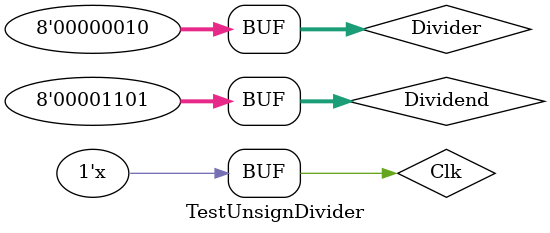
<source format=v>
`timescale 1ns / 1ps
`include "UnsignDivider.v"

/*
 * Piotr Styczyński @styczynski
 * Verilog Components Library
 *
 * Test for UnsignDivider module
 * 
 *
 * MIT License
 */
module TestUnsignDivider
#(
	parameter INPUT_BIT_WIDTH = 8
);

	// Inputs
	reg [INPUT_BIT_WIDTH-1:0] Dividend;
	reg [INPUT_BIT_WIDTH-1:0] Divider;
	reg Clk;

	// Outputs
	wire Ready;
	wire [INPUT_BIT_WIDTH-1:0] Quotient;
	wire [INPUT_BIT_WIDTH-1:0] Remainder;

	// Instantiate the Unit Under Test (UUT)
	UnsignDivider uut (
		.Ready(Ready), 
		.Quotient(Quotient), 
		.Remainder(Remainder), 
		.Dividend(Dividend), 
		.Divider(Divider), 
		.Clk(Clk)
	);

	initial begin
		// Initialize Inputs
		Dividend = 13;
		Divider = 2;
		Clk = 0;

		// Wait 100 ns for global reset to finish
		#100;
        
		#500;
		// Add stimulus here

	end

   initial begin
		$monitor("Clk=%d, Dividend=%d, Divider=%d, Quotient=%d, Remainder=%d, Ready=%d", Clk, Dividend, Divider, Quotient, Remainder, Ready);
	end
      
	always begin
		   Clk = #10 ~Clk;
	end
      
endmodule


</source>
